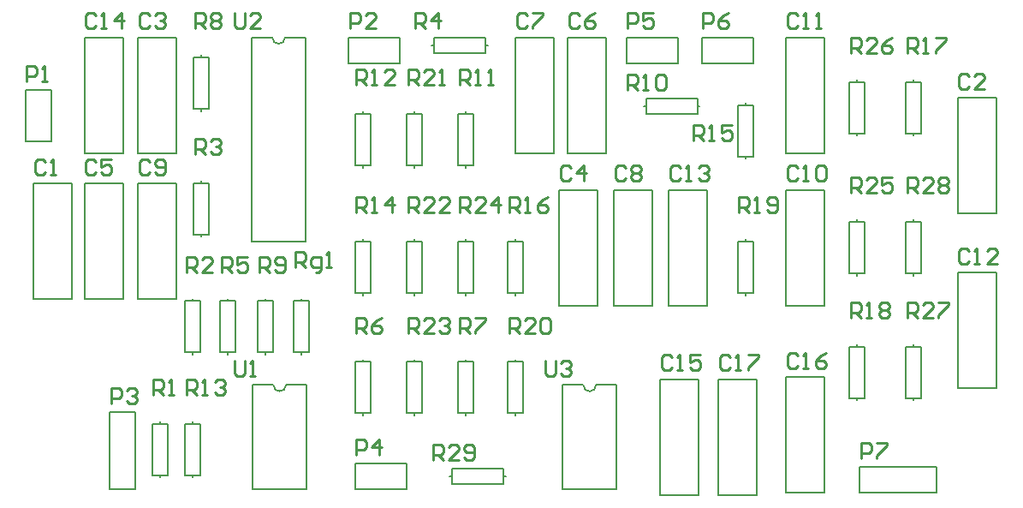
<source format=gto>
G04*
G04 #@! TF.GenerationSoftware,Altium Limited,Altium Designer,22.6.1 (34)*
G04*
G04 Layer_Color=65535*
%FSLAX23Y23*%
%MOIN*%
G70*
G04*
G04 #@! TF.SameCoordinates,C87C71DA-0ECB-4DA1-9284-8B4E43F81947*
G04*
G04*
G04 #@! TF.FilePolarity,Positive*
G04*
G01*
G75*
%ADD10C,0.008*%
%ADD11C,0.010*%
D10*
X2224Y483D02*
G03*
X2274Y483I25J0D01*
G01*
X1013Y1835D02*
G03*
X1063Y1835I25J0D01*
G01*
X1017Y483D02*
G03*
X1067Y483I25J0D01*
G01*
X2353Y77D02*
Y483D01*
X2144Y77D02*
Y483D01*
Y77D02*
X2353D01*
X2274Y483D02*
X2353D01*
X2144D02*
X2224D01*
X2855Y1572D02*
Y1581D01*
Y1363D02*
Y1372D01*
Y1572D02*
X2885D01*
Y1372D02*
Y1572D01*
X2825Y1372D02*
X2885D01*
X2825D02*
Y1572D01*
X2855D01*
X1704Y127D02*
X1713D01*
X1913D02*
X1922D01*
X1713D02*
Y157D01*
X1913D01*
Y97D02*
Y157D01*
X1713Y97D02*
X1913D01*
X1713D02*
Y127D01*
X3299Y63D02*
Y163D01*
X3599D01*
Y63D02*
Y163D01*
X3299Y63D02*
X3599D01*
X2460Y1566D02*
X2469D01*
X2669D02*
X2678D01*
X2469D02*
Y1596D01*
X2669D01*
Y1536D02*
Y1596D01*
X2469Y1536D02*
X2669D01*
X2469D02*
Y1566D01*
X934Y1835D02*
X1013D01*
X1063D02*
X1143D01*
X934Y1039D02*
X1143D01*
X934D02*
Y1835D01*
X1143Y1039D02*
Y1835D01*
X2524Y505D02*
X2674D01*
Y55D02*
Y505D01*
X2524Y55D02*
X2674D01*
X2524D02*
Y505D01*
X3013Y513D02*
X3163D01*
Y63D02*
Y513D01*
X3013Y63D02*
X3163D01*
X3013D02*
Y513D01*
X2750Y505D02*
X2900D01*
Y55D02*
Y505D01*
X2750Y55D02*
X2900D01*
X2750D02*
Y505D01*
X1335Y573D02*
X1365D01*
X1335Y373D02*
Y573D01*
Y373D02*
X1395D01*
Y573D01*
X1365D02*
X1395D01*
X1365Y364D02*
Y373D01*
Y573D02*
Y582D01*
X1146Y77D02*
Y483D01*
X937Y77D02*
Y483D01*
Y77D02*
X1146D01*
X1067Y483D02*
X1146D01*
X937D02*
X1017D01*
X1096Y809D02*
X1126D01*
X1096Y609D02*
Y809D01*
Y609D02*
X1156D01*
Y809D01*
X1126D02*
X1156D01*
X1126Y600D02*
Y609D01*
Y809D02*
Y818D01*
X3481Y1117D02*
X3511D01*
X3481Y917D02*
Y1117D01*
Y917D02*
X3541D01*
Y1117D01*
X3511D02*
X3541D01*
X3511Y908D02*
Y917D01*
Y1117D02*
Y1126D01*
X3481Y632D02*
X3511D01*
X3481Y432D02*
Y632D01*
Y432D02*
X3541D01*
Y632D01*
X3511D02*
X3541D01*
X3511Y423D02*
Y432D01*
Y632D02*
Y641D01*
X3260Y1662D02*
X3290D01*
X3260Y1462D02*
Y1662D01*
Y1462D02*
X3320D01*
Y1662D01*
X3290D02*
X3320D01*
X3290Y1453D02*
Y1462D01*
Y1662D02*
Y1671D01*
X3260Y1117D02*
X3290D01*
X3260Y917D02*
Y1117D01*
Y917D02*
X3320D01*
Y1117D01*
X3290D02*
X3320D01*
X3290Y908D02*
Y917D01*
Y1117D02*
Y1126D01*
X1736Y1041D02*
X1766D01*
X1736Y841D02*
Y1041D01*
Y841D02*
X1796D01*
Y1041D01*
X1766D02*
X1796D01*
X1766Y832D02*
Y841D01*
Y1041D02*
Y1050D01*
X1538Y573D02*
X1568D01*
X1538Y373D02*
Y573D01*
Y373D02*
X1598D01*
Y573D01*
X1568D02*
X1598D01*
X1568Y364D02*
Y373D01*
Y573D02*
Y582D01*
X1538Y1041D02*
X1568D01*
X1538Y841D02*
Y1041D01*
Y841D02*
X1598D01*
Y1041D01*
X1568D02*
X1598D01*
X1568Y832D02*
Y841D01*
Y1041D02*
Y1050D01*
X1538Y1537D02*
X1568D01*
X1538Y1337D02*
Y1537D01*
Y1337D02*
X1598D01*
Y1537D01*
X1568D02*
X1598D01*
X1568Y1328D02*
Y1337D01*
Y1537D02*
Y1546D01*
X1930Y573D02*
X1960D01*
X1930Y373D02*
Y573D01*
Y373D02*
X1990D01*
Y573D01*
X1960D02*
X1990D01*
X1960Y364D02*
Y373D01*
Y573D02*
Y582D01*
X2825Y1041D02*
X2855D01*
X2825Y841D02*
Y1041D01*
Y841D02*
X2885D01*
Y1041D01*
X2855D02*
X2885D01*
X2855Y832D02*
Y841D01*
Y1041D02*
Y1050D01*
X3260Y632D02*
X3290D01*
X3260Y432D02*
Y632D01*
Y432D02*
X3320D01*
Y632D01*
X3290D02*
X3320D01*
X3290Y423D02*
Y432D01*
Y632D02*
Y641D01*
X3481Y1662D02*
X3511D01*
X3481Y1462D02*
Y1662D01*
Y1462D02*
X3541D01*
Y1662D01*
X3511D02*
X3541D01*
X3511Y1453D02*
Y1462D01*
Y1662D02*
Y1671D01*
X1930Y1041D02*
X1960D01*
X1930Y841D02*
Y1041D01*
Y841D02*
X1990D01*
Y1041D01*
X1960D02*
X1990D01*
X1960Y832D02*
Y841D01*
Y1041D02*
Y1050D01*
X1335Y1041D02*
X1365D01*
X1335Y841D02*
Y1041D01*
Y841D02*
X1395D01*
Y1041D01*
X1365D02*
X1395D01*
X1365Y832D02*
Y841D01*
Y1041D02*
Y1050D01*
X674Y332D02*
X704D01*
X674Y132D02*
Y332D01*
Y132D02*
X734D01*
Y332D01*
X704D02*
X734D01*
X704Y123D02*
Y132D01*
Y332D02*
Y341D01*
X1335Y1537D02*
X1365D01*
X1335Y1337D02*
Y1537D01*
Y1337D02*
X1395D01*
Y1537D01*
X1365D02*
X1395D01*
X1365Y1328D02*
Y1337D01*
Y1537D02*
Y1546D01*
X1736Y1537D02*
X1766D01*
X1736Y1337D02*
Y1537D01*
Y1337D02*
X1796D01*
Y1537D01*
X1766D02*
X1796D01*
X1766Y1328D02*
Y1337D01*
Y1537D02*
Y1546D01*
X956Y809D02*
X986D01*
X956Y609D02*
Y809D01*
Y609D02*
X1016D01*
Y809D01*
X986D02*
X1016D01*
X986Y600D02*
Y609D01*
Y809D02*
Y818D01*
X706Y1757D02*
X736D01*
X706Y1557D02*
Y1757D01*
Y1557D02*
X766D01*
Y1757D01*
X736D02*
X766D01*
X736Y1548D02*
Y1557D01*
Y1757D02*
Y1766D01*
X1736Y573D02*
X1766D01*
X1736Y373D02*
Y573D01*
Y373D02*
X1796D01*
Y573D01*
X1766D02*
X1796D01*
X1766Y364D02*
Y373D01*
Y573D02*
Y582D01*
X810Y809D02*
X840D01*
X810Y609D02*
Y809D01*
Y609D02*
X870D01*
Y809D01*
X840D02*
X870D01*
X840Y600D02*
Y609D01*
Y809D02*
Y818D01*
X1643Y1775D02*
Y1805D01*
Y1775D02*
X1843D01*
Y1835D01*
X1643D02*
X1843D01*
X1643Y1805D02*
Y1835D01*
X1843Y1805D02*
X1852D01*
X1634D02*
X1643D01*
X706Y1268D02*
X736D01*
X706Y1068D02*
Y1268D01*
Y1068D02*
X766D01*
Y1268D01*
X736D02*
X766D01*
X736Y1059D02*
Y1068D01*
Y1268D02*
Y1277D01*
X674Y809D02*
X704D01*
X674Y609D02*
Y809D01*
Y609D02*
X734D01*
Y809D01*
X704D02*
X734D01*
X704Y600D02*
Y609D01*
Y809D02*
Y818D01*
X545Y332D02*
X575D01*
X545Y132D02*
Y332D01*
Y132D02*
X605D01*
Y332D01*
X575D02*
X605D01*
X575Y123D02*
Y132D01*
Y332D02*
Y341D01*
X2685Y1735D02*
Y1835D01*
X2885D01*
Y1735D02*
Y1835D01*
X2685Y1735D02*
X2885D01*
X2592D02*
Y1835D01*
X2392Y1735D02*
X2592D01*
X2392D02*
Y1835D01*
X2592D01*
X1335Y77D02*
Y177D01*
X1535D01*
Y77D02*
Y177D01*
X1335Y77D02*
X1535D01*
X479D02*
Y377D01*
X379D02*
X479D01*
X379Y77D02*
Y377D01*
Y77D02*
X479D01*
X1310Y1735D02*
Y1835D01*
X1510D01*
Y1735D02*
Y1835D01*
X1310Y1735D02*
X1510D01*
X52Y1630D02*
X152D01*
Y1430D02*
Y1630D01*
X52Y1430D02*
X152D01*
X52D02*
Y1630D01*
X282Y1835D02*
X432D01*
Y1385D02*
Y1835D01*
X282Y1385D02*
X432D01*
X282D02*
Y1835D01*
X2557Y1242D02*
X2707D01*
Y792D02*
Y1242D01*
X2557Y792D02*
X2707D01*
X2557D02*
Y1242D01*
X3682Y919D02*
X3832D01*
Y469D02*
Y919D01*
X3682Y469D02*
X3832D01*
X3682D02*
Y919D01*
X3013Y1835D02*
X3163D01*
Y1385D02*
Y1835D01*
X3013Y1385D02*
X3163D01*
X3013D02*
Y1835D01*
Y1242D02*
X3163D01*
Y792D02*
Y1242D01*
X3013Y792D02*
X3163D01*
X3013D02*
Y1242D01*
X490Y1267D02*
X640D01*
Y817D02*
Y1267D01*
X490Y817D02*
X640D01*
X490D02*
Y1267D01*
X2344Y1242D02*
X2494D01*
Y792D02*
Y1242D01*
X2344Y792D02*
X2494D01*
X2344D02*
Y1242D01*
X1961Y1835D02*
X2111D01*
Y1385D02*
Y1835D01*
X1961Y1385D02*
X2111D01*
X1961D02*
Y1835D01*
X2164D02*
X2314D01*
Y1385D02*
Y1835D01*
X2164Y1385D02*
X2314D01*
X2164D02*
Y1835D01*
X282Y1267D02*
X432D01*
Y817D02*
Y1267D01*
X282Y817D02*
X432D01*
X282D02*
Y1267D01*
X2131Y1242D02*
X2281D01*
Y792D02*
Y1242D01*
X2131Y792D02*
X2281D01*
X2131D02*
Y1242D01*
X490Y1835D02*
X640D01*
Y1385D02*
Y1835D01*
X490Y1385D02*
X640D01*
X490D02*
Y1835D01*
X3682Y1600D02*
X3832D01*
Y1150D02*
Y1600D01*
X3682Y1150D02*
X3832D01*
X3682D02*
Y1600D01*
X84Y1267D02*
X234D01*
Y817D02*
Y1267D01*
X84Y817D02*
X234D01*
X84D02*
Y1267D01*
D11*
X2075Y577D02*
Y527D01*
X2085Y517D01*
X2105D01*
X2115Y527D01*
Y577D01*
X2135Y567D02*
X2145Y577D01*
X2165D01*
X2175Y567D01*
Y557D01*
X2165Y547D01*
X2155D01*
X2165D01*
X2175Y537D01*
Y527D01*
X2165Y517D01*
X2145D01*
X2135Y527D01*
X2796Y589D02*
X2786Y599D01*
X2766D01*
X2756Y589D01*
Y549D01*
X2766Y539D01*
X2786D01*
X2796Y549D01*
X2816Y539D02*
X2836D01*
X2826D01*
Y599D01*
X2816Y589D01*
X2866Y599D02*
X2906D01*
Y589D01*
X2866Y549D01*
Y539D01*
X3059Y597D02*
X3049Y607D01*
X3029D01*
X3019Y597D01*
Y557D01*
X3029Y547D01*
X3049D01*
X3059Y557D01*
X3079Y547D02*
X3099D01*
X3089D01*
Y607D01*
X3079Y597D01*
X3169Y607D02*
X3149Y597D01*
X3129Y577D01*
Y557D01*
X3139Y547D01*
X3159D01*
X3169Y557D01*
Y567D01*
X3159Y577D01*
X3129D01*
X2570Y589D02*
X2560Y599D01*
X2540D01*
X2530Y589D01*
Y549D01*
X2540Y539D01*
X2560D01*
X2570Y549D01*
X2590Y539D02*
X2610D01*
X2600D01*
Y599D01*
X2590Y589D01*
X2680Y599D02*
X2640D01*
Y569D01*
X2660Y579D01*
X2670D01*
X2680Y569D01*
Y549D01*
X2670Y539D01*
X2650D01*
X2640Y549D01*
X865Y1929D02*
Y1879D01*
X875Y1869D01*
X895D01*
X905Y1879D01*
Y1929D01*
X965Y1869D02*
X925D01*
X965Y1909D01*
Y1919D01*
X955Y1929D01*
X935D01*
X925Y1919D01*
X868Y577D02*
Y527D01*
X878Y517D01*
X898D01*
X908Y527D01*
Y577D01*
X928Y517D02*
X948D01*
X938D01*
Y577D01*
X928Y567D01*
X1102Y940D02*
Y1000D01*
X1132D01*
X1142Y990D01*
Y970D01*
X1132Y960D01*
X1102D01*
X1122D02*
X1142Y940D01*
X1182Y920D02*
X1192D01*
X1202Y930D01*
Y980D01*
X1172D01*
X1162Y970D01*
Y950D01*
X1172Y940D01*
X1202D01*
X1222D02*
X1242D01*
X1232D01*
Y1000D01*
X1222Y990D01*
X1641Y191D02*
Y251D01*
X1671D01*
X1681Y241D01*
Y221D01*
X1671Y211D01*
X1641D01*
X1661D02*
X1681Y191D01*
X1741D02*
X1701D01*
X1741Y231D01*
Y241D01*
X1731Y251D01*
X1711D01*
X1701Y241D01*
X1761Y201D02*
X1771Y191D01*
X1791D01*
X1801Y201D01*
Y241D01*
X1791Y251D01*
X1771D01*
X1761Y241D01*
Y231D01*
X1771Y221D01*
X1801D01*
X3487Y1229D02*
Y1289D01*
X3517D01*
X3527Y1279D01*
Y1259D01*
X3517Y1249D01*
X3487D01*
X3507D02*
X3527Y1229D01*
X3587D02*
X3547D01*
X3587Y1269D01*
Y1279D01*
X3577Y1289D01*
X3557D01*
X3547Y1279D01*
X3607D02*
X3617Y1289D01*
X3637D01*
X3647Y1279D01*
Y1269D01*
X3637Y1259D01*
X3647Y1249D01*
Y1239D01*
X3637Y1229D01*
X3617D01*
X3607Y1239D01*
Y1249D01*
X3617Y1259D01*
X3607Y1269D01*
Y1279D01*
X3617Y1259D02*
X3637D01*
X3487Y744D02*
Y804D01*
X3517D01*
X3527Y794D01*
Y774D01*
X3517Y764D01*
X3487D01*
X3507D02*
X3527Y744D01*
X3587D02*
X3547D01*
X3587Y784D01*
Y794D01*
X3577Y804D01*
X3557D01*
X3547Y794D01*
X3607Y804D02*
X3647D01*
Y794D01*
X3607Y754D01*
Y744D01*
X3267Y1774D02*
Y1834D01*
X3297D01*
X3307Y1824D01*
Y1804D01*
X3297Y1794D01*
X3267D01*
X3287D02*
X3307Y1774D01*
X3367D02*
X3327D01*
X3367Y1814D01*
Y1824D01*
X3357Y1834D01*
X3337D01*
X3327Y1824D01*
X3427Y1834D02*
X3407Y1824D01*
X3387Y1804D01*
Y1784D01*
X3397Y1774D01*
X3417D01*
X3427Y1784D01*
Y1794D01*
X3417Y1804D01*
X3387D01*
X3267Y1229D02*
Y1289D01*
X3297D01*
X3307Y1279D01*
Y1259D01*
X3297Y1249D01*
X3267D01*
X3287D02*
X3307Y1229D01*
X3367D02*
X3327D01*
X3367Y1269D01*
Y1279D01*
X3357Y1289D01*
X3337D01*
X3327Y1279D01*
X3427Y1289D02*
X3387D01*
Y1259D01*
X3407Y1269D01*
X3417D01*
X3427Y1259D01*
Y1239D01*
X3417Y1229D01*
X3397D01*
X3387Y1239D01*
X1742Y1153D02*
Y1213D01*
X1772D01*
X1782Y1203D01*
Y1183D01*
X1772Y1173D01*
X1742D01*
X1762D02*
X1782Y1153D01*
X1842D02*
X1802D01*
X1842Y1193D01*
Y1203D01*
X1832Y1213D01*
X1812D01*
X1802Y1203D01*
X1892Y1153D02*
Y1213D01*
X1862Y1183D01*
X1902D01*
X1544Y685D02*
Y745D01*
X1574D01*
X1584Y735D01*
Y715D01*
X1574Y705D01*
X1544D01*
X1564D02*
X1584Y685D01*
X1644D02*
X1604D01*
X1644Y725D01*
Y735D01*
X1634Y745D01*
X1614D01*
X1604Y735D01*
X1664D02*
X1674Y745D01*
X1694D01*
X1704Y735D01*
Y725D01*
X1694Y715D01*
X1684D01*
X1694D01*
X1704Y705D01*
Y695D01*
X1694Y685D01*
X1674D01*
X1664Y695D01*
X1544Y1153D02*
Y1213D01*
X1574D01*
X1584Y1203D01*
Y1183D01*
X1574Y1173D01*
X1544D01*
X1564D02*
X1584Y1153D01*
X1644D02*
X1604D01*
X1644Y1193D01*
Y1203D01*
X1634Y1213D01*
X1614D01*
X1604Y1203D01*
X1704Y1153D02*
X1664D01*
X1704Y1193D01*
Y1203D01*
X1694Y1213D01*
X1674D01*
X1664Y1203D01*
X1544Y1649D02*
Y1709D01*
X1574D01*
X1584Y1699D01*
Y1679D01*
X1574Y1669D01*
X1544D01*
X1564D02*
X1584Y1649D01*
X1644D02*
X1604D01*
X1644Y1689D01*
Y1699D01*
X1634Y1709D01*
X1614D01*
X1604Y1699D01*
X1664Y1649D02*
X1684D01*
X1674D01*
Y1709D01*
X1664Y1699D01*
X1936Y685D02*
Y745D01*
X1966D01*
X1976Y735D01*
Y715D01*
X1966Y705D01*
X1936D01*
X1956D02*
X1976Y685D01*
X2036D02*
X1996D01*
X2036Y725D01*
Y735D01*
X2026Y745D01*
X2006D01*
X1996Y735D01*
X2056D02*
X2066Y745D01*
X2086D01*
X2096Y735D01*
Y695D01*
X2086Y685D01*
X2066D01*
X2056Y695D01*
Y735D01*
X2831Y1153D02*
Y1213D01*
X2861D01*
X2871Y1203D01*
Y1183D01*
X2861Y1173D01*
X2831D01*
X2851D02*
X2871Y1153D01*
X2891D02*
X2911D01*
X2901D01*
Y1213D01*
X2891Y1203D01*
X2941Y1163D02*
X2951Y1153D01*
X2971D01*
X2981Y1163D01*
Y1203D01*
X2971Y1213D01*
X2951D01*
X2941Y1203D01*
Y1193D01*
X2951Y1183D01*
X2981D01*
X3267Y744D02*
Y804D01*
X3297D01*
X3307Y794D01*
Y774D01*
X3297Y764D01*
X3267D01*
X3287D02*
X3307Y744D01*
X3327D02*
X3347D01*
X3337D01*
Y804D01*
X3327Y794D01*
X3377D02*
X3387Y804D01*
X3407D01*
X3417Y794D01*
Y784D01*
X3407Y774D01*
X3417Y764D01*
Y754D01*
X3407Y744D01*
X3387D01*
X3377Y754D01*
Y764D01*
X3387Y774D01*
X3377Y784D01*
Y794D01*
X3387Y774D02*
X3407D01*
X3487Y1774D02*
Y1834D01*
X3517D01*
X3527Y1824D01*
Y1804D01*
X3517Y1794D01*
X3487D01*
X3507D02*
X3527Y1774D01*
X3547D02*
X3567D01*
X3557D01*
Y1834D01*
X3547Y1824D01*
X3597Y1834D02*
X3637D01*
Y1824D01*
X3597Y1784D01*
Y1774D01*
X1936Y1153D02*
Y1213D01*
X1966D01*
X1976Y1203D01*
Y1183D01*
X1966Y1173D01*
X1936D01*
X1956D02*
X1976Y1153D01*
X1996D02*
X2016D01*
X2006D01*
Y1213D01*
X1996Y1203D01*
X2086Y1213D02*
X2066Y1203D01*
X2046Y1183D01*
Y1163D01*
X2056Y1153D01*
X2076D01*
X2086Y1163D01*
Y1173D01*
X2076Y1183D01*
X2046D01*
X2652Y1435D02*
Y1495D01*
X2682D01*
X2692Y1485D01*
Y1465D01*
X2682Y1455D01*
X2652D01*
X2672D02*
X2692Y1435D01*
X2712D02*
X2732D01*
X2722D01*
Y1495D01*
X2712Y1485D01*
X2802Y1495D02*
X2762D01*
Y1465D01*
X2782Y1475D01*
X2792D01*
X2802Y1465D01*
Y1445D01*
X2792Y1435D01*
X2772D01*
X2762Y1445D01*
X1341Y1153D02*
Y1213D01*
X1371D01*
X1381Y1203D01*
Y1183D01*
X1371Y1173D01*
X1341D01*
X1361D02*
X1381Y1153D01*
X1401D02*
X1421D01*
X1411D01*
Y1213D01*
X1401Y1203D01*
X1481Y1153D02*
Y1213D01*
X1451Y1183D01*
X1491D01*
X681Y444D02*
Y504D01*
X711D01*
X721Y494D01*
Y474D01*
X711Y464D01*
X681D01*
X701D02*
X721Y444D01*
X741D02*
X761D01*
X751D01*
Y504D01*
X741Y494D01*
X791D02*
X801Y504D01*
X821D01*
X831Y494D01*
Y484D01*
X821Y474D01*
X811D01*
X821D01*
X831Y464D01*
Y454D01*
X821Y444D01*
X801D01*
X791Y454D01*
X1341Y1649D02*
Y1709D01*
X1371D01*
X1381Y1699D01*
Y1679D01*
X1371Y1669D01*
X1341D01*
X1361D02*
X1381Y1649D01*
X1401D02*
X1421D01*
X1411D01*
Y1709D01*
X1401Y1699D01*
X1491Y1649D02*
X1451D01*
X1491Y1689D01*
Y1699D01*
X1481Y1709D01*
X1461D01*
X1451Y1699D01*
X1742Y1649D02*
Y1709D01*
X1772D01*
X1782Y1699D01*
Y1679D01*
X1772Y1669D01*
X1742D01*
X1762D02*
X1782Y1649D01*
X1802D02*
X1822D01*
X1812D01*
Y1709D01*
X1802Y1699D01*
X1852Y1649D02*
X1872D01*
X1862D01*
Y1709D01*
X1852Y1699D01*
X2398Y1629D02*
Y1689D01*
X2428D01*
X2438Y1679D01*
Y1659D01*
X2428Y1649D01*
X2398D01*
X2418D02*
X2438Y1629D01*
X2458D02*
X2478D01*
X2468D01*
Y1689D01*
X2458Y1679D01*
X2508D02*
X2518Y1689D01*
X2538D01*
X2548Y1679D01*
Y1639D01*
X2538Y1629D01*
X2518D01*
X2508Y1639D01*
Y1679D01*
X962Y920D02*
Y980D01*
X992D01*
X1002Y970D01*
Y950D01*
X992Y940D01*
X962D01*
X982D02*
X1002Y920D01*
X1022Y930D02*
X1032Y920D01*
X1052D01*
X1062Y930D01*
Y970D01*
X1052Y980D01*
X1032D01*
X1022Y970D01*
Y960D01*
X1032Y950D01*
X1062D01*
X712Y1869D02*
Y1929D01*
X742D01*
X752Y1919D01*
Y1899D01*
X742Y1889D01*
X712D01*
X732D02*
X752Y1869D01*
X772Y1919D02*
X782Y1929D01*
X802D01*
X812Y1919D01*
Y1909D01*
X802Y1899D01*
X812Y1889D01*
Y1879D01*
X802Y1869D01*
X782D01*
X772Y1879D01*
Y1889D01*
X782Y1899D01*
X772Y1909D01*
Y1919D01*
X782Y1899D02*
X802D01*
X1742Y685D02*
Y745D01*
X1772D01*
X1782Y735D01*
Y715D01*
X1772Y705D01*
X1742D01*
X1762D02*
X1782Y685D01*
X1802Y745D02*
X1842D01*
Y735D01*
X1802Y695D01*
Y685D01*
X1341D02*
Y745D01*
X1371D01*
X1381Y735D01*
Y715D01*
X1371Y705D01*
X1341D01*
X1361D02*
X1381Y685D01*
X1441Y745D02*
X1421Y735D01*
X1401Y715D01*
Y695D01*
X1411Y685D01*
X1431D01*
X1441Y695D01*
Y705D01*
X1431Y715D01*
X1401D01*
X816Y920D02*
Y980D01*
X846D01*
X856Y970D01*
Y950D01*
X846Y940D01*
X816D01*
X836D02*
X856Y920D01*
X916Y980D02*
X876D01*
Y950D01*
X896Y960D01*
X906D01*
X916Y950D01*
Y930D01*
X906Y920D01*
X886D01*
X876Y930D01*
X1571Y1869D02*
Y1929D01*
X1601D01*
X1611Y1919D01*
Y1899D01*
X1601Y1889D01*
X1571D01*
X1591D02*
X1611Y1869D01*
X1661D02*
Y1929D01*
X1631Y1899D01*
X1671D01*
X712Y1380D02*
Y1440D01*
X742D01*
X752Y1430D01*
Y1410D01*
X742Y1400D01*
X712D01*
X732D02*
X752Y1380D01*
X772Y1430D02*
X782Y1440D01*
X802D01*
X812Y1430D01*
Y1420D01*
X802Y1410D01*
X792D01*
X802D01*
X812Y1400D01*
Y1390D01*
X802Y1380D01*
X782D01*
X772Y1390D01*
X681Y920D02*
Y980D01*
X711D01*
X721Y970D01*
Y950D01*
X711Y940D01*
X681D01*
X701D02*
X721Y920D01*
X781D02*
X741D01*
X781Y960D01*
Y970D01*
X771Y980D01*
X751D01*
X741Y970D01*
X551Y444D02*
Y504D01*
X581D01*
X591Y494D01*
Y474D01*
X581Y464D01*
X551D01*
X571D02*
X591Y444D01*
X611D02*
X631D01*
X621D01*
Y504D01*
X611Y494D01*
X3305Y197D02*
Y257D01*
X3335D01*
X3345Y247D01*
Y227D01*
X3335Y217D01*
X3305D01*
X3365Y257D02*
X3405D01*
Y247D01*
X3365Y207D01*
Y197D01*
X2691Y1869D02*
Y1929D01*
X2721D01*
X2731Y1919D01*
Y1899D01*
X2721Y1889D01*
X2691D01*
X2791Y1929D02*
X2771Y1919D01*
X2751Y1899D01*
Y1879D01*
X2761Y1869D01*
X2781D01*
X2791Y1879D01*
Y1889D01*
X2781Y1899D01*
X2751D01*
X2398Y1869D02*
Y1929D01*
X2428D01*
X2438Y1919D01*
Y1899D01*
X2428Y1889D01*
X2398D01*
X2498Y1929D02*
X2458D01*
Y1899D01*
X2478Y1909D01*
X2488D01*
X2498Y1899D01*
Y1879D01*
X2488Y1869D01*
X2468D01*
X2458Y1879D01*
X1341Y211D02*
Y271D01*
X1371D01*
X1381Y261D01*
Y241D01*
X1371Y231D01*
X1341D01*
X1431Y211D02*
Y271D01*
X1401Y241D01*
X1441D01*
X386Y411D02*
Y471D01*
X416D01*
X426Y461D01*
Y441D01*
X416Y431D01*
X386D01*
X446Y461D02*
X456Y471D01*
X476D01*
X486Y461D01*
Y451D01*
X476Y441D01*
X466D01*
X476D01*
X486Y431D01*
Y421D01*
X476Y411D01*
X456D01*
X446Y421D01*
X1316Y1869D02*
Y1929D01*
X1346D01*
X1356Y1919D01*
Y1899D01*
X1346Y1889D01*
X1316D01*
X1416Y1869D02*
X1376D01*
X1416Y1909D01*
Y1919D01*
X1406Y1929D01*
X1386D01*
X1376Y1919D01*
X58Y1664D02*
Y1724D01*
X88D01*
X98Y1714D01*
Y1694D01*
X88Y1684D01*
X58D01*
X118Y1664D02*
X138D01*
X128D01*
Y1724D01*
X118Y1714D01*
X328Y1919D02*
X318Y1929D01*
X298D01*
X288Y1919D01*
Y1879D01*
X298Y1869D01*
X318D01*
X328Y1879D01*
X348Y1869D02*
X368D01*
X358D01*
Y1929D01*
X348Y1919D01*
X428Y1869D02*
Y1929D01*
X398Y1899D01*
X438D01*
X2603Y1326D02*
X2593Y1336D01*
X2573D01*
X2563Y1326D01*
Y1286D01*
X2573Y1276D01*
X2593D01*
X2603Y1286D01*
X2623Y1276D02*
X2643D01*
X2633D01*
Y1336D01*
X2623Y1326D01*
X2673D02*
X2683Y1336D01*
X2703D01*
X2713Y1326D01*
Y1316D01*
X2703Y1306D01*
X2693D01*
X2703D01*
X2713Y1296D01*
Y1286D01*
X2703Y1276D01*
X2683D01*
X2673Y1286D01*
X3728Y1003D02*
X3718Y1013D01*
X3698D01*
X3688Y1003D01*
Y963D01*
X3698Y953D01*
X3718D01*
X3728Y963D01*
X3748Y953D02*
X3768D01*
X3758D01*
Y1013D01*
X3748Y1003D01*
X3838Y953D02*
X3798D01*
X3838Y993D01*
Y1003D01*
X3828Y1013D01*
X3808D01*
X3798Y1003D01*
X3059Y1919D02*
X3049Y1929D01*
X3029D01*
X3019Y1919D01*
Y1879D01*
X3029Y1869D01*
X3049D01*
X3059Y1879D01*
X3079Y1869D02*
X3099D01*
X3089D01*
Y1929D01*
X3079Y1919D01*
X3129Y1869D02*
X3149D01*
X3139D01*
Y1929D01*
X3129Y1919D01*
X3059Y1326D02*
X3049Y1336D01*
X3029D01*
X3019Y1326D01*
Y1286D01*
X3029Y1276D01*
X3049D01*
X3059Y1286D01*
X3079Y1276D02*
X3099D01*
X3089D01*
Y1336D01*
X3079Y1326D01*
X3129D02*
X3139Y1336D01*
X3159D01*
X3169Y1326D01*
Y1286D01*
X3159Y1276D01*
X3139D01*
X3129Y1286D01*
Y1326D01*
X537Y1351D02*
X527Y1361D01*
X507D01*
X497Y1351D01*
Y1311D01*
X507Y1301D01*
X527D01*
X537Y1311D01*
X557D02*
X567Y1301D01*
X587D01*
X597Y1311D01*
Y1351D01*
X587Y1361D01*
X567D01*
X557Y1351D01*
Y1341D01*
X567Y1331D01*
X597D01*
X2390Y1326D02*
X2380Y1336D01*
X2360D01*
X2350Y1326D01*
Y1286D01*
X2360Y1276D01*
X2380D01*
X2390Y1286D01*
X2410Y1326D02*
X2420Y1336D01*
X2440D01*
X2450Y1326D01*
Y1316D01*
X2440Y1306D01*
X2450Y1296D01*
Y1286D01*
X2440Y1276D01*
X2420D01*
X2410Y1286D01*
Y1296D01*
X2420Y1306D01*
X2410Y1316D01*
Y1326D01*
X2420Y1306D02*
X2440D01*
X2007Y1919D02*
X1997Y1929D01*
X1977D01*
X1967Y1919D01*
Y1879D01*
X1977Y1869D01*
X1997D01*
X2007Y1879D01*
X2027Y1929D02*
X2067D01*
Y1919D01*
X2027Y1879D01*
Y1869D01*
X2210Y1919D02*
X2200Y1929D01*
X2180D01*
X2170Y1919D01*
Y1879D01*
X2180Y1869D01*
X2200D01*
X2210Y1879D01*
X2270Y1929D02*
X2250Y1919D01*
X2230Y1899D01*
Y1879D01*
X2240Y1869D01*
X2260D01*
X2270Y1879D01*
Y1889D01*
X2260Y1899D01*
X2230D01*
X328Y1351D02*
X318Y1361D01*
X298D01*
X288Y1351D01*
Y1311D01*
X298Y1301D01*
X318D01*
X328Y1311D01*
X388Y1361D02*
X348D01*
Y1331D01*
X368Y1341D01*
X378D01*
X388Y1331D01*
Y1311D01*
X378Y1301D01*
X358D01*
X348Y1311D01*
X2177Y1326D02*
X2167Y1336D01*
X2147D01*
X2137Y1326D01*
Y1286D01*
X2147Y1276D01*
X2167D01*
X2177Y1286D01*
X2227Y1276D02*
Y1336D01*
X2197Y1306D01*
X2237D01*
X537Y1919D02*
X527Y1929D01*
X507D01*
X497Y1919D01*
Y1879D01*
X507Y1869D01*
X527D01*
X537Y1879D01*
X557Y1919D02*
X567Y1929D01*
X587D01*
X597Y1919D01*
Y1909D01*
X587Y1899D01*
X577D01*
X587D01*
X597Y1889D01*
Y1879D01*
X587Y1869D01*
X567D01*
X557Y1879D01*
X3728Y1684D02*
X3718Y1694D01*
X3698D01*
X3688Y1684D01*
Y1644D01*
X3698Y1634D01*
X3718D01*
X3728Y1644D01*
X3788Y1634D02*
X3748D01*
X3788Y1674D01*
Y1684D01*
X3778Y1694D01*
X3758D01*
X3748Y1684D01*
X130Y1351D02*
X120Y1361D01*
X100D01*
X90Y1351D01*
Y1311D01*
X100Y1301D01*
X120D01*
X130Y1311D01*
X150Y1301D02*
X170D01*
X160D01*
Y1361D01*
X150Y1351D01*
M02*

</source>
